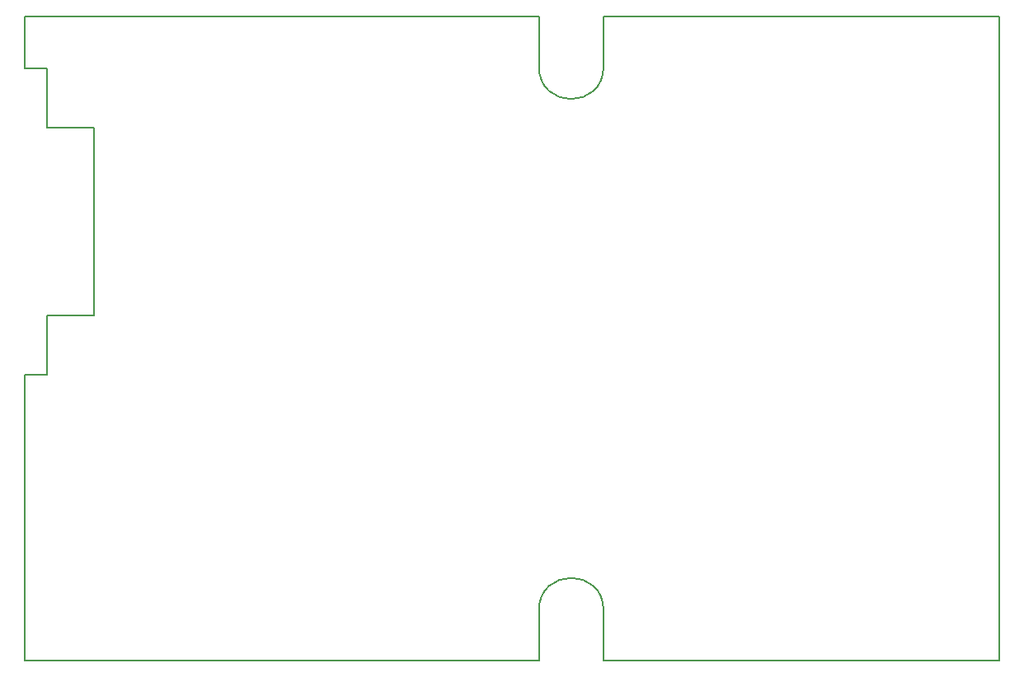
<source format=gm1>
G04 #@! TF.FileFunction,Profile,NP*
%FSLAX46Y46*%
G04 Gerber Fmt 4.6, Leading zero omitted, Abs format (unit mm)*
G04 Created by KiCad (PCBNEW 4.0.5+dfsg1-4) date Sat Oct 15 20:35:36 2022*
%MOMM*%
%LPD*%
G01*
G04 APERTURE LIST*
%ADD10C,0.150000*%
G04 APERTURE END LIST*
D10*
X109720000Y-75830000D02*
X162485000Y-75830000D01*
X162485000Y-75830000D02*
X162485000Y-80975000D01*
X162485000Y-80975000D02*
G75*
G03X169115000Y-80975000I3315000J0D01*
G01*
X169115000Y-80975000D02*
X169115000Y-75830000D01*
X169115000Y-75830000D02*
X209720000Y-75830000D01*
X209720000Y-75830000D02*
X209720000Y-141970000D01*
X209720000Y-141970000D02*
X169115000Y-141970000D01*
X169115000Y-141970000D02*
X169115000Y-136825000D01*
X169115000Y-136825000D02*
G75*
G03X162485000Y-136825000I-3315000J0D01*
G01*
X162485000Y-136825000D02*
X162485000Y-141970000D01*
X162485000Y-141970000D02*
X109720000Y-141970000D01*
X109720000Y-141970000D02*
X109720000Y-112629000D01*
X109720000Y-112629000D02*
X111980600Y-112629000D01*
X111980600Y-112629000D02*
X111980600Y-106498900D01*
X111980600Y-106498900D02*
X116832000Y-106498900D01*
X116832000Y-106498900D02*
X116832000Y-87271100D01*
X116832000Y-87271100D02*
X111980600Y-87271100D01*
X111980600Y-87271100D02*
X111980600Y-81141000D01*
X111980600Y-81141000D02*
X109720000Y-81141000D01*
X109720000Y-81141000D02*
X109720000Y-75830000D01*
M02*

</source>
